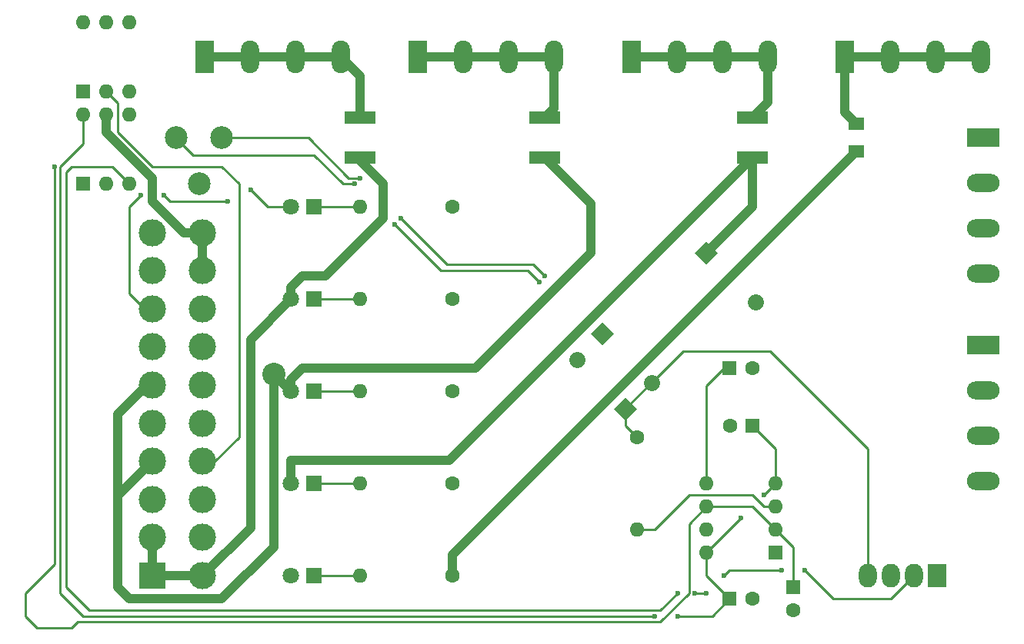
<source format=gbr>
G04 #@! TF.FileFunction,Copper,L1,Top,Signal*
%FSLAX46Y46*%
G04 Gerber Fmt 4.6, Leading zero omitted, Abs format (unit mm)*
G04 Created by KiCad (PCBNEW 4.0.7) date 05/09/18 21:29:34*
%MOMM*%
%LPD*%
G01*
G04 APERTURE LIST*
%ADD10C,0.100000*%
%ADD11C,1.800000*%
%ADD12R,3.000000X3.000000*%
%ADD13C,3.000000*%
%ADD14R,1.600000X1.600000*%
%ADD15C,1.600000*%
%ADD16R,1.800000X1.800000*%
%ADD17C,1.800000*%
%ADD18R,3.400000X1.385000*%
%ADD19R,1.800000X1.395000*%
%ADD20R,2.000000X2.600000*%
%ADD21O,2.000000X2.600000*%
%ADD22O,1.600000X1.600000*%
%ADD23C,2.500000*%
%ADD24R,2.000000X3.600000*%
%ADD25O,2.000000X3.600000*%
%ADD26R,3.600000X2.000000*%
%ADD27O,3.600000X2.000000*%
%ADD28C,0.600000*%
%ADD29C,2.540000*%
%ADD30C,0.250000*%
%ADD31C,1.000000*%
G04 APERTURE END LIST*
D10*
G36*
X133347208Y-71120000D02*
X134620000Y-69847208D01*
X135892792Y-71120000D01*
X134620000Y-72392792D01*
X133347208Y-71120000D01*
X133347208Y-71120000D01*
G37*
D11*
X140008154Y-76508154D02*
X140008154Y-76508154D01*
D12*
X73660000Y-106680000D03*
D13*
X73660000Y-102480000D03*
X73660000Y-98280000D03*
X73660000Y-94080000D03*
X73660000Y-89880000D03*
X73660000Y-85680000D03*
X73660000Y-81480000D03*
X73660000Y-77280000D03*
X73660000Y-73080000D03*
X73660000Y-68880000D03*
X79160000Y-106680000D03*
X79160000Y-102480000D03*
X79160000Y-98280000D03*
X79160000Y-94080000D03*
X79160000Y-89880000D03*
X79160000Y-85680000D03*
X79160000Y-81480000D03*
X79160000Y-77280000D03*
X79160000Y-73080000D03*
X79160000Y-68880000D03*
D14*
X137160000Y-83820000D03*
D15*
X139660000Y-83820000D03*
D14*
X144145000Y-107950000D03*
D15*
X144145000Y-110450000D03*
D14*
X137160000Y-109220000D03*
D15*
X139660000Y-109220000D03*
D14*
X139700000Y-90170000D03*
D15*
X137200000Y-90170000D03*
D16*
X91440000Y-66040000D03*
D17*
X88900000Y-66040000D03*
D16*
X91440000Y-76200000D03*
D17*
X88900000Y-76200000D03*
D16*
X91440000Y-86360000D03*
D17*
X88900000Y-86360000D03*
D16*
X91440000Y-96520000D03*
D17*
X88900000Y-96520000D03*
D16*
X91440000Y-106680000D03*
D17*
X88900000Y-106680000D03*
D10*
G36*
X121917208Y-80010000D02*
X123190000Y-78737208D01*
X124462792Y-80010000D01*
X123190000Y-81282792D01*
X121917208Y-80010000D01*
X121917208Y-80010000D01*
G37*
D11*
X128578154Y-85398154D02*
X128578154Y-85398154D01*
D10*
G36*
X127002792Y-88265000D02*
X125730000Y-89537792D01*
X124457208Y-88265000D01*
X125730000Y-86992208D01*
X127002792Y-88265000D01*
X127002792Y-88265000D01*
G37*
D11*
X120341846Y-82876846D02*
X120341846Y-82876846D01*
D18*
X96520000Y-56227500D03*
X96520000Y-60612500D03*
X116840000Y-56227500D03*
X116840000Y-60612500D03*
X139700000Y-56227500D03*
X139700000Y-60612500D03*
D19*
X151130000Y-56902500D03*
X151130000Y-59937500D03*
D20*
X160020000Y-106680000D03*
D21*
X157480000Y-106680000D03*
X154940000Y-106680000D03*
X152400000Y-106680000D03*
D15*
X127000000Y-91440000D03*
D22*
X127000000Y-101600000D03*
D15*
X106680000Y-66040000D03*
D22*
X96520000Y-66040000D03*
D15*
X106680000Y-76200000D03*
D22*
X96520000Y-76200000D03*
D15*
X106680000Y-86360000D03*
D22*
X96520000Y-86360000D03*
D15*
X106680000Y-96520000D03*
D22*
X96520000Y-96520000D03*
D15*
X106680000Y-106680000D03*
D22*
X96520000Y-106680000D03*
D14*
X66040000Y-53340000D03*
D22*
X71120000Y-45720000D03*
X68580000Y-53340000D03*
X68580000Y-45720000D03*
X71120000Y-53340000D03*
X66040000Y-45720000D03*
D14*
X66040000Y-63500000D03*
D22*
X71120000Y-55880000D03*
X68580000Y-63500000D03*
X68580000Y-55880000D03*
X71120000Y-63500000D03*
X66040000Y-55880000D03*
D14*
X142240000Y-104140000D03*
D22*
X134620000Y-96520000D03*
X142240000Y-101600000D03*
X134620000Y-99060000D03*
X142240000Y-99060000D03*
X134620000Y-101600000D03*
X142240000Y-96520000D03*
X134620000Y-104140000D03*
D23*
X78780000Y-63460000D03*
X76280000Y-58420000D03*
X81280000Y-58420000D03*
D24*
X79375000Y-49530000D03*
D25*
X84375000Y-49530000D03*
X89375000Y-49530000D03*
X94375000Y-49530000D03*
D24*
X102870000Y-49530000D03*
D25*
X107870000Y-49530000D03*
X112870000Y-49530000D03*
X117870000Y-49530000D03*
D24*
X126365000Y-49530000D03*
D25*
X131365000Y-49530000D03*
X136365000Y-49530000D03*
X141365000Y-49530000D03*
D24*
X149860000Y-49530000D03*
D25*
X154860000Y-49530000D03*
X159860000Y-49530000D03*
X164860000Y-49530000D03*
D26*
X165100000Y-58420000D03*
D27*
X165100000Y-63420000D03*
X165100000Y-68420000D03*
X165100000Y-73420000D03*
D26*
X165100000Y-81280000D03*
D27*
X165100000Y-86280000D03*
X165100000Y-91280000D03*
X165100000Y-96280000D03*
D28*
X138430000Y-100330000D03*
X140970000Y-97790000D03*
X131445000Y-111125000D03*
X128905000Y-111125000D03*
X84455000Y-64135000D03*
X81915000Y-65405000D03*
X74930000Y-64770000D03*
X72390000Y-64770000D03*
D29*
X86995000Y-84455000D03*
D28*
X62865000Y-61595000D03*
X116840000Y-73660000D03*
X100965000Y-67310000D03*
X96520000Y-62865000D03*
X95885000Y-63500000D03*
X100330000Y-67945000D03*
X116205000Y-74295000D03*
X131445000Y-108585000D03*
X133350000Y-108585000D03*
X134620000Y-108585000D03*
X136525000Y-106680000D03*
X142875000Y-106045000D03*
X145415000Y-106045000D03*
D30*
X137160000Y-83820000D02*
X136525000Y-83820000D01*
X136525000Y-83820000D02*
X134620000Y-85725000D01*
X134620000Y-85725000D02*
X134620000Y-96520000D01*
X142240000Y-96520000D02*
X140970000Y-97790000D01*
X138430000Y-100330000D02*
X134620000Y-104140000D01*
X109220000Y-111125000D02*
X128905000Y-111125000D01*
X66040000Y-59055000D02*
X63500000Y-61595000D01*
X63500000Y-61595000D02*
X63500000Y-108585000D01*
X63500000Y-108585000D02*
X66040000Y-111125000D01*
X66040000Y-111125000D02*
X109220000Y-111125000D01*
X66040000Y-55880000D02*
X66040000Y-59055000D01*
X135255000Y-111125000D02*
X137160000Y-109220000D01*
X134620000Y-111125000D02*
X135255000Y-111125000D01*
X131445000Y-111125000D02*
X134620000Y-111125000D01*
X134620000Y-104140000D02*
X134620000Y-106680000D01*
X134620000Y-106680000D02*
X137160000Y-109220000D01*
X142240000Y-96520000D02*
X142240000Y-92710000D01*
X142240000Y-92710000D02*
X139700000Y-90170000D01*
X91440000Y-66040000D02*
X96520000Y-66040000D01*
X71120000Y-75565000D02*
X71120000Y-66040000D01*
X84455000Y-64135000D02*
X86360000Y-66040000D01*
X88900000Y-66040000D02*
X86360000Y-66040000D01*
X71120000Y-75565000D02*
X72835000Y-77280000D01*
X75565000Y-65405000D02*
X81915000Y-65405000D01*
X74930000Y-64770000D02*
X75565000Y-65405000D01*
X71120000Y-66040000D02*
X72390000Y-64770000D01*
X73660000Y-77280000D02*
X72835000Y-77280000D01*
X91440000Y-76200000D02*
X96520000Y-76200000D01*
D31*
X79160000Y-106680000D02*
X73660000Y-106680000D01*
X84455000Y-101385000D02*
X79160000Y-106680000D01*
X88900000Y-74930000D02*
X88900000Y-76200000D01*
X90170000Y-73660000D02*
X88900000Y-74930000D01*
X92710000Y-73660000D02*
X90170000Y-73660000D01*
X99060000Y-67310000D02*
X92710000Y-73660000D01*
X99060000Y-63500000D02*
X99060000Y-67310000D01*
X88900000Y-76200000D02*
X84455000Y-80645000D01*
X84455000Y-80645000D02*
X84455000Y-101385000D01*
X96520000Y-60960000D02*
X99060000Y-63500000D01*
X73660000Y-106680000D02*
X73660000Y-102480000D01*
D30*
X91440000Y-86360000D02*
X96520000Y-86360000D01*
D31*
X116840000Y-60612500D02*
X121920000Y-65692500D01*
X121920000Y-71120000D02*
X109220000Y-83820000D01*
X109220000Y-83820000D02*
X90170000Y-83820000D01*
X90170000Y-83820000D02*
X88900000Y-85090000D01*
X88900000Y-85090000D02*
X88900000Y-86360000D01*
X121920000Y-65692500D02*
X121920000Y-71120000D01*
X68580000Y-55880000D02*
X68580000Y-57785000D01*
X77135000Y-68880000D02*
X79160000Y-68880000D01*
X73660000Y-65405000D02*
X77135000Y-68880000D01*
X73660000Y-62865000D02*
X73660000Y-65405000D01*
X68580000Y-57785000D02*
X73660000Y-62865000D01*
X73660000Y-85680000D02*
X73070000Y-85680000D01*
X73070000Y-85680000D02*
X69850000Y-88900000D01*
X69850000Y-88900000D02*
X69850000Y-97890000D01*
X86995000Y-84455000D02*
X86995000Y-103505000D01*
X69850000Y-97890000D02*
X73660000Y-94080000D01*
X69850000Y-107950000D02*
X69850000Y-97890000D01*
X71120000Y-109220000D02*
X69850000Y-107950000D01*
X81280000Y-109220000D02*
X71120000Y-109220000D01*
X86995000Y-103505000D02*
X81280000Y-109220000D01*
X73660000Y-85680000D02*
X73615000Y-85680000D01*
X73660000Y-85680000D02*
X73660000Y-85725000D01*
X79160000Y-73080000D02*
X79160000Y-68880000D01*
X88900000Y-86360000D02*
X86995000Y-84455000D01*
D30*
X91440000Y-96520000D02*
X96520000Y-96520000D01*
D31*
X134620000Y-71120000D02*
X139700000Y-66040000D01*
X139700000Y-66040000D02*
X139700000Y-60612500D01*
X139700000Y-60612500D02*
X106332500Y-93980000D01*
X88900000Y-93980000D02*
X88900000Y-96520000D01*
X91440000Y-93980000D02*
X88900000Y-93980000D01*
X106332500Y-93980000D02*
X91440000Y-93980000D01*
D30*
X91440000Y-106680000D02*
X96520000Y-106680000D01*
X152400000Y-106680000D02*
X152400000Y-92710000D01*
X132061308Y-81915000D02*
X128578154Y-85398154D01*
X141605000Y-81915000D02*
X132061308Y-81915000D01*
X152400000Y-92710000D02*
X141605000Y-81915000D01*
X125730000Y-88265000D02*
X125730000Y-88246308D01*
X125730000Y-88246308D02*
X128578154Y-85398154D01*
X125730000Y-88265000D02*
X125730000Y-90170000D01*
X125730000Y-90170000D02*
X127000000Y-91440000D01*
D31*
X84375000Y-49530000D02*
X79375000Y-49530000D01*
X89375000Y-49530000D02*
X84375000Y-49530000D01*
X94375000Y-49530000D02*
X89375000Y-49530000D01*
X96520000Y-56227500D02*
X96520000Y-51675000D01*
X96520000Y-51675000D02*
X94375000Y-49530000D01*
X96520000Y-56227500D02*
X96520000Y-55880000D01*
X102870000Y-49530000D02*
X107870000Y-49530000D01*
X116840000Y-56227500D02*
X117870000Y-55197500D01*
X117870000Y-55197500D02*
X117870000Y-49530000D01*
X112950000Y-49530000D02*
X117950000Y-49530000D01*
X107950000Y-49530000D02*
X112950000Y-49530000D01*
X131365000Y-49530000D02*
X126365000Y-49530000D01*
X136365000Y-49530000D02*
X131365000Y-49530000D01*
X141365000Y-49530000D02*
X136365000Y-49530000D01*
X139700000Y-56227500D02*
X141365000Y-54562500D01*
X141365000Y-54562500D02*
X141365000Y-49530000D01*
X159860000Y-49530000D02*
X164860000Y-49530000D01*
X154860000Y-49530000D02*
X159860000Y-49530000D01*
X149860000Y-49530000D02*
X154860000Y-49530000D01*
X151130000Y-56902500D02*
X149860000Y-55632500D01*
X149860000Y-55632500D02*
X149860000Y-49530000D01*
X151130000Y-59937500D02*
X106680000Y-104387500D01*
X106680000Y-104387500D02*
X106680000Y-106680000D01*
D30*
X68580000Y-53340000D02*
X69850000Y-54610000D01*
X81280000Y-61595000D02*
X83185000Y-63500000D01*
X73660000Y-61595000D02*
X81280000Y-61595000D01*
X69850000Y-57785000D02*
X73660000Y-61595000D01*
X69850000Y-54610000D02*
X69850000Y-57785000D01*
X80545000Y-94080000D02*
X83185000Y-91440000D01*
X83185000Y-91440000D02*
X83185000Y-63500000D01*
X79160000Y-94080000D02*
X80545000Y-94080000D01*
X139065000Y-97790000D02*
X139700000Y-97790000D01*
X128905000Y-101600000D02*
X132715000Y-97790000D01*
X132715000Y-97790000D02*
X139065000Y-97790000D01*
X127000000Y-101600000D02*
X128905000Y-101600000D01*
X140970000Y-99060000D02*
X142240000Y-99060000D01*
X139700000Y-97790000D02*
X140970000Y-99060000D01*
X62865000Y-105410000D02*
X59690000Y-108585000D01*
X132715000Y-100965000D02*
X134620000Y-99060000D01*
X129540000Y-111760000D02*
X132715000Y-108585000D01*
X65405000Y-111760000D02*
X129540000Y-111760000D01*
X132715000Y-108585000D02*
X132715000Y-100965000D01*
X64770000Y-112395000D02*
X65405000Y-111760000D01*
X63500000Y-112395000D02*
X64770000Y-112395000D01*
X60960000Y-112395000D02*
X63500000Y-112395000D01*
X59690000Y-111125000D02*
X60960000Y-112395000D01*
X59690000Y-108585000D02*
X59690000Y-111125000D01*
X62865000Y-61595000D02*
X62865000Y-64135000D01*
X62865000Y-64135000D02*
X62865000Y-105410000D01*
X134620000Y-99060000D02*
X139700000Y-99060000D01*
X139700000Y-99060000D02*
X142240000Y-101600000D01*
X144145000Y-107950000D02*
X144145000Y-103505000D01*
X144145000Y-103505000D02*
X142240000Y-101600000D01*
X81280000Y-58420000D02*
X90805000Y-58420000D01*
X115570000Y-72390000D02*
X116840000Y-73660000D01*
X114935000Y-72390000D02*
X115570000Y-72390000D01*
X106045000Y-72390000D02*
X114935000Y-72390000D01*
X100965000Y-67310000D02*
X106045000Y-72390000D01*
X95250000Y-62865000D02*
X96520000Y-62865000D01*
X90805000Y-58420000D02*
X95250000Y-62865000D01*
X76280000Y-58420000D02*
X76280000Y-58500000D01*
X76280000Y-58500000D02*
X78105000Y-60325000D01*
X78105000Y-60325000D02*
X91440000Y-60325000D01*
X91440000Y-60325000D02*
X94615000Y-63500000D01*
X94615000Y-63500000D02*
X95885000Y-63500000D01*
X100330000Y-67945000D02*
X105410000Y-73025000D01*
X105410000Y-73025000D02*
X114935000Y-73025000D01*
X114935000Y-73025000D02*
X116205000Y-74295000D01*
X146050000Y-106680000D02*
X148590000Y-109220000D01*
X71120000Y-63500000D02*
X69215000Y-61595000D01*
X66675000Y-110490000D02*
X109220000Y-110490000D01*
X64135000Y-107950000D02*
X66675000Y-110490000D01*
X64135000Y-62230000D02*
X64135000Y-107950000D01*
X64770000Y-61595000D02*
X64135000Y-62230000D01*
X66040000Y-61595000D02*
X64770000Y-61595000D01*
X69215000Y-61595000D02*
X66040000Y-61595000D01*
X109220000Y-110490000D02*
X129540000Y-110490000D01*
X129540000Y-110490000D02*
X131445000Y-108585000D01*
X133350000Y-108585000D02*
X134620000Y-108585000D01*
X136525000Y-106680000D02*
X137160000Y-106045000D01*
X137160000Y-106045000D02*
X142875000Y-106045000D01*
X145415000Y-106045000D02*
X146050000Y-106680000D01*
X154940000Y-109220000D02*
X157480000Y-106680000D01*
X148590000Y-109220000D02*
X154940000Y-109220000D01*
M02*

</source>
